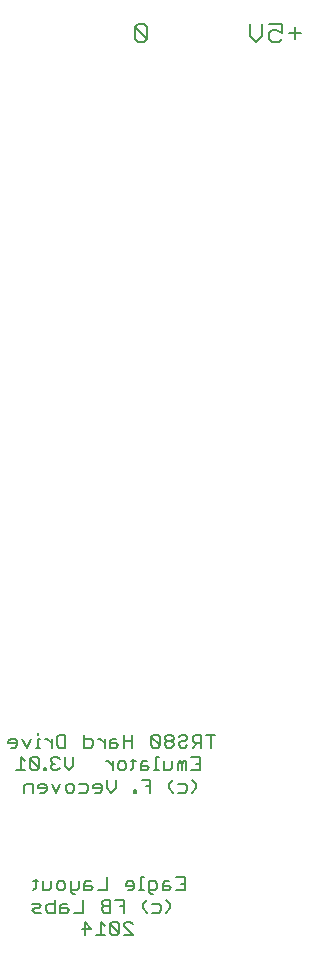
<source format=gbo>
G04 EAGLE Gerber RS-274X export*
G75*
%MOMM*%
%FSLAX34Y34*%
%LPD*%
%INBottom Silkscreen*%
%IPPOS*%
%AMOC8*
5,1,8,0,0,1.08239X$1,22.5*%
G01*
%ADD10C,0.177800*%
%ADD11C,0.203200*%


D10*
X833667Y185039D02*
X833667Y195970D01*
X837311Y195970D02*
X830023Y195970D01*
X825617Y195970D02*
X825617Y185039D01*
X825617Y195970D02*
X820151Y195970D01*
X818330Y194148D01*
X818330Y190505D01*
X820151Y188683D01*
X825617Y188683D01*
X821973Y188683D02*
X818330Y185039D01*
X808457Y195970D02*
X806636Y194148D01*
X808457Y195970D02*
X812101Y195970D01*
X813923Y194148D01*
X813923Y192327D01*
X812101Y190505D01*
X808457Y190505D01*
X806636Y188683D01*
X806636Y186861D01*
X808457Y185039D01*
X812101Y185039D01*
X813923Y186861D01*
X802229Y194148D02*
X800407Y195970D01*
X796763Y195970D01*
X794942Y194148D01*
X794942Y192327D01*
X796763Y190505D01*
X794942Y188683D01*
X794942Y186861D01*
X796763Y185039D01*
X800407Y185039D01*
X802229Y186861D01*
X802229Y188683D01*
X800407Y190505D01*
X802229Y192327D01*
X802229Y194148D01*
X800407Y190505D02*
X796763Y190505D01*
X790535Y186861D02*
X790535Y194148D01*
X788713Y195970D01*
X785069Y195970D01*
X783248Y194148D01*
X783248Y186861D01*
X785069Y185039D01*
X788713Y185039D01*
X790535Y186861D01*
X783248Y194148D01*
X767147Y195970D02*
X767147Y185039D01*
X767147Y190505D02*
X759860Y190505D01*
X759860Y195970D02*
X759860Y185039D01*
X753631Y192327D02*
X749988Y192327D01*
X748166Y190505D01*
X748166Y185039D01*
X753631Y185039D01*
X755453Y186861D01*
X753631Y188683D01*
X748166Y188683D01*
X743759Y185039D02*
X743759Y192327D01*
X740116Y192327D02*
X743759Y188683D01*
X740116Y192327D02*
X738294Y192327D01*
X726727Y195970D02*
X726727Y185039D01*
X732192Y185039D01*
X734014Y186861D01*
X734014Y190505D01*
X732192Y192327D01*
X726727Y192327D01*
X710626Y195970D02*
X710626Y185039D01*
X705161Y185039D01*
X703339Y186861D01*
X703339Y194148D01*
X705161Y195970D01*
X710626Y195970D01*
X698932Y192327D02*
X698932Y185039D01*
X698932Y188683D02*
X695289Y192327D01*
X693467Y192327D01*
X689187Y192327D02*
X687366Y192327D01*
X687366Y185039D01*
X689187Y185039D02*
X685544Y185039D01*
X687366Y195970D02*
X687366Y197792D01*
X681391Y192327D02*
X677748Y185039D01*
X674104Y192327D01*
X667876Y185039D02*
X664232Y185039D01*
X667876Y185039D02*
X669697Y186861D01*
X669697Y190505D01*
X667876Y192327D01*
X664232Y192327D01*
X662410Y190505D01*
X662410Y188683D01*
X669697Y188683D01*
X817323Y176920D02*
X824611Y176920D01*
X824611Y165989D01*
X817323Y165989D01*
X820967Y171455D02*
X824611Y171455D01*
X812917Y173277D02*
X812917Y165989D01*
X812917Y173277D02*
X811095Y173277D01*
X809273Y171455D01*
X809273Y165989D01*
X809273Y171455D02*
X807451Y173277D01*
X805630Y171455D01*
X805630Y165989D01*
X801223Y167811D02*
X801223Y173277D01*
X801223Y167811D02*
X799401Y165989D01*
X793936Y165989D01*
X793936Y173277D01*
X789529Y176920D02*
X787707Y176920D01*
X787707Y165989D01*
X789529Y165989D02*
X785885Y165989D01*
X779911Y173277D02*
X776267Y173277D01*
X774446Y171455D01*
X774446Y165989D01*
X779911Y165989D01*
X781733Y167811D01*
X779911Y169633D01*
X774446Y169633D01*
X768217Y167811D02*
X768217Y175098D01*
X768217Y167811D02*
X766395Y165989D01*
X766395Y173277D02*
X770039Y173277D01*
X760421Y165989D02*
X756778Y165989D01*
X754956Y167811D01*
X754956Y171455D01*
X756778Y173277D01*
X760421Y173277D01*
X762243Y171455D01*
X762243Y167811D01*
X760421Y165989D01*
X750549Y165989D02*
X750549Y173277D01*
X750549Y169633D02*
X746905Y173277D01*
X745084Y173277D01*
X717416Y176920D02*
X717416Y169633D01*
X713773Y165989D01*
X710129Y169633D01*
X710129Y176920D01*
X705722Y175098D02*
X703900Y176920D01*
X700257Y176920D01*
X698435Y175098D01*
X698435Y173277D01*
X700257Y171455D01*
X702079Y171455D01*
X700257Y171455D02*
X698435Y169633D01*
X698435Y167811D01*
X700257Y165989D01*
X703900Y165989D01*
X705722Y167811D01*
X694028Y167811D02*
X694028Y165989D01*
X694028Y167811D02*
X692207Y167811D01*
X692207Y165989D01*
X694028Y165989D01*
X688181Y167811D02*
X688181Y175098D01*
X686360Y176920D01*
X682716Y176920D01*
X680894Y175098D01*
X680894Y167811D01*
X682716Y165989D01*
X686360Y165989D01*
X688181Y167811D01*
X680894Y175098D01*
X676487Y173277D02*
X672844Y176920D01*
X672844Y165989D01*
X676487Y165989D02*
X669200Y165989D01*
X817792Y146939D02*
X821436Y150583D01*
X821436Y154227D01*
X817792Y157870D01*
X811818Y154227D02*
X806353Y154227D01*
X811818Y154227D02*
X813640Y152405D01*
X813640Y148761D01*
X811818Y146939D01*
X806353Y146939D01*
X801946Y146939D02*
X798302Y150583D01*
X798302Y154227D01*
X801946Y157870D01*
X782456Y157870D02*
X782456Y146939D01*
X782456Y157870D02*
X775169Y157870D01*
X778812Y152405D02*
X782456Y152405D01*
X770762Y148761D02*
X770762Y146939D01*
X770762Y148761D02*
X768940Y148761D01*
X768940Y146939D01*
X770762Y146939D01*
X753221Y150583D02*
X753221Y157870D01*
X753221Y150583D02*
X749577Y146939D01*
X745934Y150583D01*
X745934Y157870D01*
X739705Y146939D02*
X736062Y146939D01*
X739705Y146939D02*
X741527Y148761D01*
X741527Y152405D01*
X739705Y154227D01*
X736062Y154227D01*
X734240Y152405D01*
X734240Y150583D01*
X741527Y150583D01*
X728011Y154227D02*
X722546Y154227D01*
X728011Y154227D02*
X729833Y152405D01*
X729833Y148761D01*
X728011Y146939D01*
X722546Y146939D01*
X716317Y146939D02*
X712674Y146939D01*
X710852Y148761D01*
X710852Y152405D01*
X712674Y154227D01*
X716317Y154227D01*
X718139Y152405D01*
X718139Y148761D01*
X716317Y146939D01*
X706445Y154227D02*
X702802Y146939D01*
X699158Y154227D01*
X692930Y146939D02*
X689286Y146939D01*
X692930Y146939D02*
X694751Y148761D01*
X694751Y152405D01*
X692930Y154227D01*
X689286Y154227D01*
X687464Y152405D01*
X687464Y150583D01*
X694751Y150583D01*
X683057Y146939D02*
X683057Y154227D01*
X677592Y154227D01*
X675770Y152405D01*
X675770Y146939D01*
X804623Y75320D02*
X811911Y75320D01*
X811911Y64389D01*
X804623Y64389D01*
X808267Y69855D02*
X811911Y69855D01*
X798395Y71677D02*
X794751Y71677D01*
X792930Y69855D01*
X792930Y64389D01*
X798395Y64389D01*
X800217Y66211D01*
X798395Y68033D01*
X792930Y68033D01*
X784879Y60745D02*
X783057Y60745D01*
X781236Y62567D01*
X781236Y71677D01*
X786701Y71677D01*
X788523Y69855D01*
X788523Y66211D01*
X786701Y64389D01*
X781236Y64389D01*
X776829Y75320D02*
X775007Y75320D01*
X775007Y64389D01*
X776829Y64389D02*
X773185Y64389D01*
X767211Y64389D02*
X763567Y64389D01*
X767211Y64389D02*
X769033Y66211D01*
X769033Y69855D01*
X767211Y71677D01*
X763567Y71677D01*
X761746Y69855D01*
X761746Y68033D01*
X769033Y68033D01*
X745645Y64389D02*
X745645Y75320D01*
X745645Y64389D02*
X738358Y64389D01*
X732129Y71677D02*
X728486Y71677D01*
X726664Y69855D01*
X726664Y64389D01*
X732129Y64389D01*
X733951Y66211D01*
X732129Y68033D01*
X726664Y68033D01*
X722257Y66211D02*
X722257Y71677D01*
X722257Y66211D02*
X720435Y64389D01*
X714970Y64389D01*
X714970Y62567D02*
X714970Y71677D01*
X714970Y62567D02*
X716792Y60745D01*
X718614Y60745D01*
X708741Y64389D02*
X705098Y64389D01*
X703276Y66211D01*
X703276Y69855D01*
X705098Y71677D01*
X708741Y71677D01*
X710563Y69855D01*
X710563Y66211D01*
X708741Y64389D01*
X698869Y66211D02*
X698869Y71677D01*
X698869Y66211D02*
X697047Y64389D01*
X691582Y64389D01*
X691582Y71677D01*
X685353Y73498D02*
X685353Y66211D01*
X683532Y64389D01*
X683532Y71677D02*
X687175Y71677D01*
X795567Y45339D02*
X799211Y48983D01*
X799211Y52627D01*
X795567Y56270D01*
X789593Y52627D02*
X784128Y52627D01*
X789593Y52627D02*
X791415Y50805D01*
X791415Y47161D01*
X789593Y45339D01*
X784128Y45339D01*
X779721Y45339D02*
X776077Y48983D01*
X776077Y52627D01*
X779721Y56270D01*
X760231Y56270D02*
X760231Y45339D01*
X760231Y56270D02*
X752944Y56270D01*
X756587Y50805D02*
X760231Y50805D01*
X748537Y56270D02*
X748537Y45339D01*
X748537Y56270D02*
X743072Y56270D01*
X741250Y54448D01*
X741250Y52627D01*
X743072Y50805D01*
X741250Y48983D01*
X741250Y47161D01*
X743072Y45339D01*
X748537Y45339D01*
X748537Y50805D02*
X743072Y50805D01*
X725149Y56270D02*
X725149Y45339D01*
X717862Y45339D01*
X711633Y52627D02*
X707990Y52627D01*
X706168Y50805D01*
X706168Y45339D01*
X711633Y45339D01*
X713455Y47161D01*
X711633Y48983D01*
X706168Y48983D01*
X701761Y45339D02*
X701761Y56270D01*
X701761Y45339D02*
X696296Y45339D01*
X694474Y47161D01*
X694474Y50805D01*
X696296Y52627D01*
X701761Y52627D01*
X690067Y45339D02*
X684602Y45339D01*
X682780Y47161D01*
X684602Y48983D01*
X688245Y48983D01*
X690067Y50805D01*
X688245Y52627D01*
X682780Y52627D01*
X760173Y26289D02*
X767461Y26289D01*
X760173Y33577D01*
X760173Y35398D01*
X761995Y37220D01*
X765639Y37220D01*
X767461Y35398D01*
X755767Y35398D02*
X755767Y28111D01*
X755767Y35398D02*
X753945Y37220D01*
X750301Y37220D01*
X748480Y35398D01*
X748480Y28111D01*
X750301Y26289D01*
X753945Y26289D01*
X755767Y28111D01*
X748480Y35398D01*
X744073Y33577D02*
X740429Y37220D01*
X740429Y26289D01*
X736786Y26289D02*
X744073Y26289D01*
X726913Y26289D02*
X726913Y37220D01*
X732379Y31755D01*
X725092Y31755D01*
D11*
X780034Y784693D02*
X780034Y795201D01*
X777407Y797827D01*
X772153Y797827D01*
X769526Y795201D01*
X769526Y784693D01*
X772153Y782066D01*
X777407Y782066D01*
X780034Y784693D01*
X769526Y795201D01*
X899701Y789947D02*
X910209Y789947D01*
X904955Y795201D02*
X904955Y784693D01*
X893837Y797827D02*
X883330Y797827D01*
X893837Y797827D02*
X893837Y789947D01*
X888584Y792574D01*
X885957Y792574D01*
X883330Y789947D01*
X883330Y784693D01*
X885957Y782066D01*
X891211Y782066D01*
X893837Y784693D01*
X877466Y787320D02*
X877466Y797827D01*
X877466Y787320D02*
X872212Y782066D01*
X866958Y787320D01*
X866958Y797827D01*
M02*

</source>
